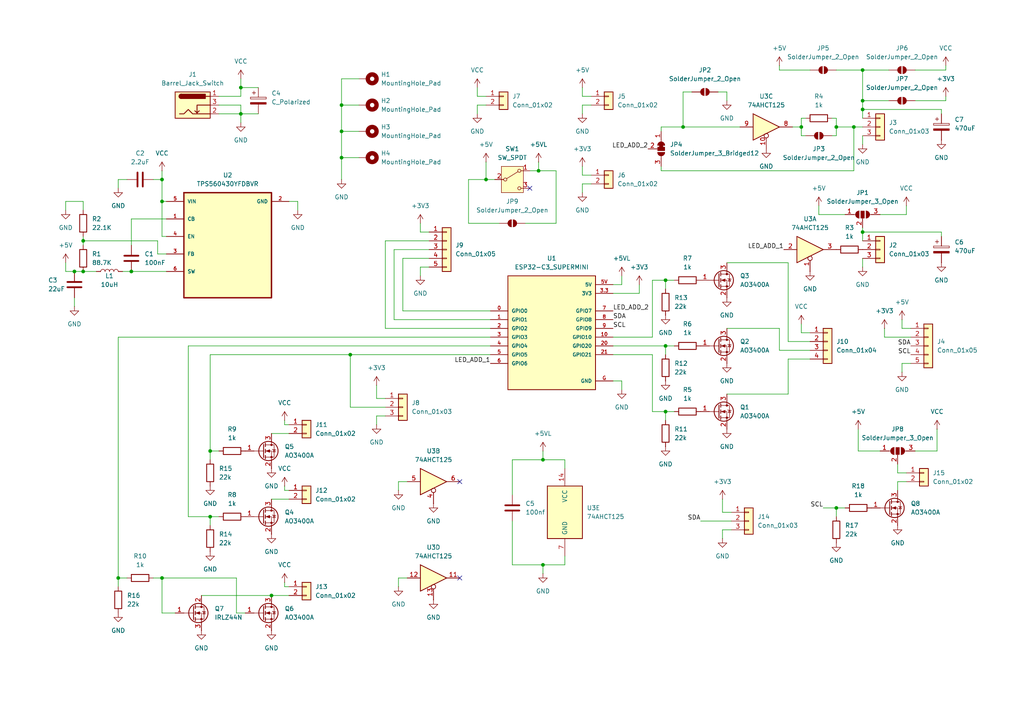
<source format=kicad_sch>
(kicad_sch (version 20231120) (generator "eeschema") (generator_version "8.0")
  (paper "A4")
  (title_block (title "WiFi LED driver based on ESP32-C3 super mini") (date "2024-09-27") (rev "v1.0") (company "Romain Thomas"))
  (junction (at 99.06 30.48))
  (junction (at 156.21 49.53))
  (junction (at 242.57 147.32))
  (junction (at 250.19 67.31))
  (junction (at 34.29 167.64))
  (junction (at 250.19 31.75))
  (junction (at 46.99 52.07))
  (junction (at 24.13 78.74))
  (junction (at 232.41 36.83))
  (junction (at 242.57 36.83))
  (junction (at 38.1 78.74))
  (junction (at 24.13 69.85))
  (junction (at 157.48 163.83))
  (junction (at 193.04 119.38))
  (junction (at 78.74 172.72))
  (junction (at 101.6 102.87))
  (junction (at 140.97 52.07))
  (junction (at 99.06 45.72))
  (junction (at 60.96 149.86))
  (junction (at 69.85 33.02))
  (junction (at 247.65 36.83))
  (junction (at 21.59 78.74))
  (junction (at 46.99 167.64))
  (junction (at 193.04 100.33))
  (junction (at 193.04 81.28))
  (junction (at 69.85 25.4))
  (junction (at 46.99 58.42))
  (junction (at 198.12 36.83))
  (junction (at 250.19 20.32))
  (junction (at 250.19 29.21))
  (junction (at 99.06 38.1))
  (junction (at 157.48 133.35))
  (junction (at 60.96 130.81))
  (no_connect (at 153.67 54.61))
  (no_connect (at 133.35 139.7))
  (no_connect (at 133.35 167.64))
  (wire (pts (xy 34.29 97.79) (xy 34.29 167.64)))
  (wire (pts (xy 68.58 177.8) (xy 71.12 177.8)))
  (wire (pts (xy 250.19 29.21) (xy 250.19 20.32)))
  (wire (pts (xy 226.06 19.05) (xy 226.06 20.32)))
  (wire (pts (xy 241.3 39.37) (xy 242.57 39.37)))
  (wire (pts (xy 168.91 50.8) (xy 171.45 50.8)))
  (wire (pts (xy 232.41 93.98) (xy 232.41 96.52)))
  (wire (pts (xy 156.21 49.53) (xy 161.29 49.53)))
  (wire (pts (xy 99.06 22.86) (xy 99.06 30.48)))
  (wire (pts (xy 46.99 177.8) (xy 46.99 167.64)))
  (wire (pts (xy 193.04 81.28) (xy 193.04 83.82)))
  (wire (pts (xy 195.58 81.28) (xy 193.04 81.28)))
  (wire (pts (xy 180.34 113.03) (xy 180.34 110.49)))
  (wire (pts (xy 185.42 85.09) (xy 177.8 85.09)))
  (wire (pts (xy 250.19 31.75) (xy 250.19 34.29)))
  (wire (pts (xy 242.57 39.37) (xy 242.57 36.83)))
  (wire (pts (xy 34.29 52.07) (xy 34.29 54.61)))
  (wire (pts (xy 121.92 67.31) (xy 124.46 67.31)))
  (wire (pts (xy 21.59 78.74) (xy 24.13 78.74)))
  (wire (pts (xy 241.3 34.29) (xy 242.57 34.29)))
  (wire (pts (xy 250.19 39.37) (xy 250.19 41.91)))
  (wire (pts (xy 191.77 36.83) (xy 198.12 36.83)))
  (wire (pts (xy 38.1 63.5) (xy 38.1 71.12)))
  (wire (pts (xy 163.83 135.89) (xy 163.83 133.35)))
  (wire (pts (xy 111.76 69.85) (xy 124.46 69.85)))
  (wire (pts (xy 245.11 62.23) (xy 237.49 62.23)))
  (wire (pts (xy 111.76 95.25) (xy 111.76 69.85)))
  (wire (pts (xy 99.06 30.48) (xy 104.14 30.48)))
  (wire (pts (xy 148.59 163.83) (xy 157.48 163.83)))
  (wire (pts (xy 44.45 52.07) (xy 46.99 52.07)))
  (wire (pts (xy 274.32 29.21) (xy 265.43 29.21)))
  (wire (pts (xy 36.83 52.07) (xy 34.29 52.07)))
  (wire (pts (xy 189.23 102.87) (xy 177.8 102.87)))
  (wire (pts (xy 242.57 36.83) (xy 247.65 36.83)))
  (wire (pts (xy 168.91 30.48) (xy 168.91 33.02)))
  (wire (pts (xy 46.99 58.42) (xy 48.26 58.42)))
  (wire (pts (xy 24.13 68.58) (xy 24.13 69.85)))
  (wire (pts (xy 109.22 115.57) (xy 111.76 115.57)))
  (wire (pts (xy 115.57 139.7) (xy 118.11 139.7)))
  (wire (pts (xy 99.06 30.48) (xy 99.06 38.1)))
  (wire (pts (xy 114.3 92.71) (xy 142.24 92.71)))
  (wire (pts (xy 245.11 147.32) (xy 242.57 147.32)))
  (wire (pts (xy 121.92 77.47) (xy 124.46 77.47)))
  (wire (pts (xy 180.34 110.49) (xy 177.8 110.49)))
  (wire (pts (xy 115.57 167.64) (xy 115.57 170.18)))
  (wire (pts (xy 247.65 36.83) (xy 250.19 36.83)))
  (wire (pts (xy 101.6 102.87) (xy 60.96 102.87)))
  (wire (pts (xy 189.23 81.28) (xy 189.23 97.79)))
  (wire (pts (xy 138.43 30.48) (xy 140.97 30.48)))
  (wire (pts (xy 69.85 35.56) (xy 69.85 33.02)))
  (wire (pts (xy 54.61 100.33) (xy 54.61 149.86)))
  (wire (pts (xy 157.48 133.35) (xy 157.48 130.81)))
  (wire (pts (xy 248.92 130.81) (xy 255.27 130.81)))
  (wire (pts (xy 83.82 142.24) (xy 82.55 142.24)))
  (wire (pts (xy 69.85 30.48) (xy 69.85 33.02)))
  (wire (pts (xy 99.06 38.1) (xy 104.14 38.1)))
  (wire (pts (xy 171.45 53.34) (xy 168.91 53.34)))
  (wire (pts (xy 242.57 20.32) (xy 250.19 20.32)))
  (wire (pts (xy 209.55 153.67) (xy 212.09 153.67)))
  (wire (pts (xy 63.5 27.94) (xy 69.85 27.94)))
  (wire (pts (xy 180.34 82.55) (xy 180.34 80.01)))
  (wire (pts (xy 171.45 30.48) (xy 168.91 30.48)))
  (wire (pts (xy 168.91 53.34) (xy 168.91 55.88)))
  (wire (pts (xy 195.58 100.33) (xy 193.04 100.33)))
  (wire (pts (xy 58.42 172.72) (xy 78.74 172.72)))
  (wire (pts (xy 261.62 105.41) (xy 261.62 107.95)))
  (wire (pts (xy 271.78 124.46) (xy 271.78 130.81)))
  (wire (pts (xy 242.57 147.32) (xy 238.76 147.32)))
  (wire (pts (xy 191.77 36.83) (xy 191.77 38.1)))
  (wire (pts (xy 191.77 48.26) (xy 191.77 49.53)))
  (wire (pts (xy 109.22 123.19) (xy 109.22 120.65)))
  (wire (pts (xy 255.27 62.23) (xy 262.89 62.23)))
  (wire (pts (xy 177.8 82.55) (xy 180.34 82.55)))
  (wire (pts (xy 142.24 102.87) (xy 101.6 102.87)))
  (wire (pts (xy 168.91 25.4) (xy 168.91 27.94)))
  (wire (pts (xy 260.35 134.62) (xy 260.35 137.16)))
  (wire (pts (xy 177.8 100.33) (xy 193.04 100.33)))
  (wire (pts (xy 124.46 72.39) (xy 114.3 72.39)))
  (wire (pts (xy 210.82 26.67) (xy 210.82 29.21)))
  (wire (pts (xy 38.1 78.74) (xy 48.26 78.74)))
  (wire (pts (xy 250.19 31.75) (xy 250.19 29.21)))
  (wire (pts (xy 157.48 163.83) (xy 163.83 163.83)))
  (wire (pts (xy 118.11 167.64) (xy 115.57 167.64)))
  (wire (pts (xy 115.57 142.24) (xy 115.57 139.7)))
  (wire (pts (xy 63.5 30.48) (xy 69.85 30.48)))
  (wire (pts (xy 237.49 62.23) (xy 237.49 59.69)))
  (wire (pts (xy 60.96 133.35) (xy 60.96 130.81)))
  (wire (pts (xy 274.32 20.32) (xy 265.43 20.32)))
  (wire (pts (xy 138.43 27.94) (xy 140.97 27.94)))
  (wire (pts (xy 82.55 170.18) (xy 83.82 170.18)))
  (wire (pts (xy 250.19 20.32) (xy 257.81 20.32)))
  (wire (pts (xy 78.74 144.78) (xy 83.82 144.78)))
  (wire (pts (xy 198.12 26.67) (xy 198.12 36.83)))
  (wire (pts (xy 250.19 66.04) (xy 250.19 67.31)))
  (wire (pts (xy 19.05 76.2) (xy 19.05 78.74)))
  (wire (pts (xy 250.19 29.21) (xy 257.81 29.21)))
  (wire (pts (xy 161.29 49.53) (xy 161.29 64.77)))
  (wire (pts (xy 260.35 142.24) (xy 260.35 139.7)))
  (wire (pts (xy 148.59 151.13) (xy 148.59 163.83)))
  (wire (pts (xy 157.48 133.35) (xy 148.59 133.35)))
  (wire (pts (xy 46.99 52.07) (xy 46.99 58.42)))
  (wire (pts (xy 228.6 76.2) (xy 228.6 99.06)))
  (wire (pts (xy 189.23 119.38) (xy 189.23 102.87)))
  (wire (pts (xy 209.55 144.78) (xy 209.55 148.59)))
  (wire (pts (xy 45.72 73.66) (xy 48.26 73.66)))
  (wire (pts (xy 264.16 95.25) (xy 261.62 95.25)))
  (wire (pts (xy 256.54 95.25) (xy 256.54 97.79)))
  (wire (pts (xy 138.43 33.02) (xy 138.43 30.48)))
  (wire (pts (xy 82.55 168.91) (xy 82.55 170.18)))
  (wire (pts (xy 69.85 22.86) (xy 69.85 25.4)))
  (wire (pts (xy 109.22 120.65) (xy 111.76 120.65)))
  (wire (pts (xy 135.89 52.07) (xy 140.97 52.07)))
  (wire (pts (xy 209.55 156.21) (xy 209.55 153.67)))
  (wire (pts (xy 193.04 100.33) (xy 193.04 102.87)))
  (wire (pts (xy 209.55 148.59) (xy 212.09 148.59)))
  (wire (pts (xy 271.78 130.81) (xy 265.43 130.81)))
  (wire (pts (xy 168.91 27.94) (xy 171.45 27.94)))
  (wire (pts (xy 250.19 67.31) (xy 273.05 67.31)))
  (wire (pts (xy 24.13 58.42) (xy 19.05 58.42)))
  (wire (pts (xy 163.83 133.35) (xy 157.48 133.35)))
  (wire (pts (xy 86.36 58.42) (xy 83.82 58.42)))
  (wire (pts (xy 46.99 49.53) (xy 46.99 52.07)))
  (wire (pts (xy 54.61 149.86) (xy 60.96 149.86)))
  (wire (pts (xy 60.96 152.4) (xy 60.96 149.86)))
  (wire (pts (xy 232.41 36.83) (xy 232.41 34.29)))
  (wire (pts (xy 234.95 101.6) (xy 226.06 101.6)))
  (wire (pts (xy 260.35 137.16) (xy 262.89 137.16)))
  (wire (pts (xy 247.65 36.83) (xy 247.65 49.53)))
  (wire (pts (xy 248.92 124.46) (xy 248.92 130.81)))
  (wire (pts (xy 273.05 67.31) (xy 273.05 68.58)))
  (wire (pts (xy 264.16 105.41) (xy 261.62 105.41)))
  (wire (pts (xy 138.43 25.4) (xy 138.43 27.94)))
  (wire (pts (xy 232.41 39.37) (xy 233.68 39.37)))
  (wire (pts (xy 48.26 63.5) (xy 38.1 63.5)))
  (wire (pts (xy 229.87 36.83) (xy 232.41 36.83)))
  (wire (pts (xy 121.92 64.77) (xy 121.92 67.31)))
  (wire (pts (xy 203.2 151.13) (xy 212.09 151.13)))
  (wire (pts (xy 163.83 163.83) (xy 163.83 161.29)))
  (wire (pts (xy 69.85 25.4) (xy 74.93 25.4)))
  (wire (pts (xy 44.45 167.64) (xy 46.99 167.64)))
  (wire (pts (xy 69.85 33.02) (xy 63.5 33.02)))
  (wire (pts (xy 82.55 121.92) (xy 82.55 123.19)))
  (wire (pts (xy 109.22 111.76) (xy 109.22 115.57)))
  (wire (pts (xy 226.06 95.25) (xy 226.06 101.6)))
  (wire (pts (xy 250.19 31.75) (xy 273.05 31.75)))
  (wire (pts (xy 260.35 139.7) (xy 262.89 139.7)))
  (wire (pts (xy 185.42 82.55) (xy 185.42 85.09)))
  (wire (pts (xy 142.24 97.79) (xy 34.29 97.79)))
  (wire (pts (xy 60.96 102.87) (xy 60.96 130.81)))
  (wire (pts (xy 234.95 104.14) (xy 228.6 104.14)))
  (wire (pts (xy 161.29 64.77) (xy 152.4 64.77)))
  (wire (pts (xy 261.62 95.25) (xy 261.62 92.71)))
  (wire (pts (xy 82.55 123.19) (xy 83.82 123.19)))
  (wire (pts (xy 142.24 90.17) (xy 116.84 90.17)))
  (wire (pts (xy 210.82 114.3) (xy 228.6 114.3)))
  (wire (pts (xy 250.19 67.31) (xy 250.19 69.85)))
  (wire (pts (xy 121.92 80.01) (xy 121.92 77.47)))
  (wire (pts (xy 34.29 167.64) (xy 36.83 167.64)))
  (wire (pts (xy 78.74 125.73) (xy 83.82 125.73)))
  (wire (pts (xy 193.04 119.38) (xy 193.04 121.92)))
  (wire (pts (xy 242.57 147.32) (xy 242.57 149.86)))
  (wire (pts (xy 250.19 74.93) (xy 250.19 77.47)))
  (wire (pts (xy 144.78 64.77) (xy 135.89 64.77)))
  (wire (pts (xy 256.54 97.79) (xy 264.16 97.79)))
  (wire (pts (xy 116.84 74.93) (xy 124.46 74.93)))
  (wire (pts (xy 135.89 64.77) (xy 135.89 52.07)))
  (wire (pts (xy 191.77 49.53) (xy 247.65 49.53)))
  (wire (pts (xy 24.13 69.85) (xy 24.13 71.12)))
  (wire (pts (xy 226.06 20.32) (xy 234.95 20.32)))
  (wire (pts (xy 232.41 36.83) (xy 232.41 39.37)))
  (wire (pts (xy 19.05 78.74) (xy 21.59 78.74)))
  (wire (pts (xy 46.99 68.58) (xy 46.99 58.42)))
  (wire (pts (xy 198.12 36.83) (xy 214.63 36.83)))
  (wire (pts (xy 68.58 167.64) (xy 68.58 177.8)))
  (wire (pts (xy 24.13 60.96) (xy 24.13 58.42)))
  (wire (pts (xy 116.84 90.17) (xy 116.84 74.93)))
  (wire (pts (xy 111.76 118.11) (xy 101.6 118.11)))
  (wire (pts (xy 60.96 149.86) (xy 63.5 149.86)))
  (wire (pts (xy 34.29 170.18) (xy 34.29 167.64)))
  (wire (pts (xy 193.04 81.28) (xy 189.23 81.28)))
  (wire (pts (xy 210.82 76.2) (xy 228.6 76.2)))
  (wire (pts (xy 142.24 100.33) (xy 54.61 100.33)))
  (wire (pts (xy 99.06 45.72) (xy 104.14 45.72)))
  (wire (pts (xy 193.04 119.38) (xy 189.23 119.38)))
  (wire (pts (xy 50.8 177.8) (xy 46.99 177.8)))
  (wire (pts (xy 189.23 97.79) (xy 177.8 97.79)))
  (wire (pts (xy 46.99 167.64) (xy 68.58 167.64)))
  (wire (pts (xy 148.59 133.35) (xy 148.59 143.51)))
  (wire (pts (xy 232.41 34.29) (xy 233.68 34.29)))
  (wire (pts (xy 157.48 163.83) (xy 157.48 166.37)))
  (wire (pts (xy 60.96 130.81) (xy 63.5 130.81)))
  (wire (pts (xy 228.6 104.14) (xy 228.6 114.3)))
  (wire (pts (xy 195.58 119.38) (xy 193.04 119.38)))
  (wire (pts (xy 140.97 46.99) (xy 140.97 52.07)))
  (wire (pts (xy 200.66 26.67) (xy 198.12 26.67)))
  (wire (pts (xy 262.89 62.23) (xy 262.89 59.69)))
  (wire (pts (xy 48.26 68.58) (xy 46.99 68.58)))
  (wire (pts (xy 274.32 19.05) (xy 274.32 20.32)))
  (wire (pts (xy 210.82 95.25) (xy 226.06 95.25)))
  (wire (pts (xy 24.13 78.74) (xy 27.94 78.74)))
  (wire (pts (xy 140.97 52.07) (xy 143.51 52.07)))
  (wire (pts (xy 104.14 22.86) (xy 99.06 22.86)))
  (wire (pts (xy 19.05 58.42) (xy 19.05 60.96)))
  (wire (pts (xy 114.3 72.39) (xy 114.3 92.71)))
  (wire (pts (xy 78.74 172.72) (xy 83.82 172.72)))
  (wire (pts (xy 99.06 45.72) (xy 99.06 52.07)))
  (wire (pts (xy 168.91 48.26) (xy 168.91 50.8)))
  (wire (pts (xy 242.57 34.29) (xy 242.57 36.83)))
  (wire (pts (xy 232.41 96.52) (xy 234.95 96.52)))
  (wire (pts (xy 86.36 60.96) (xy 86.36 58.42)))
  (wire (pts (xy 228.6 99.06) (xy 234.95 99.06)))
  (wire (pts (xy 69.85 25.4) (xy 69.85 27.94)))
  (wire (pts (xy 35.56 78.74) (xy 38.1 78.74)))
  (wire (pts (xy 274.32 27.94) (xy 274.32 29.21)))
  (wire (pts (xy 99.06 38.1) (xy 99.06 45.72)))
  (wire (pts (xy 153.67 49.53) (xy 156.21 49.53)))
  (wire (pts (xy 142.24 95.25) (xy 111.76 95.25)))
  (wire (pts (xy 273.05 31.75) (xy 273.05 33.02)))
  (wire (pts (xy 101.6 102.87) (xy 101.6 118.11)))
  (wire (pts (xy 21.59 86.36) (xy 21.59 88.9)))
  (wire (pts (xy 82.55 142.24) (xy 82.55 140.97)))
  (wire (pts (xy 69.85 33.02) (xy 74.93 33.02)))
  (wire (pts (xy 24.13 69.85) (xy 45.72 69.85)))
  (wire (pts (xy 208.28 26.67) (xy 210.82 26.67)))
  (wire (pts (xy 156.21 49.53) (xy 156.21 46.99)))
  (wire (pts (xy 45.72 69.85) (xy 45.72 73.66)))
  (label "LED_ADD_2" (at 177.8 90.17 0))
  (label "LED_ADD_1" (at 227.33 72.39 180))
  (label "SDA" (at 264.16 100.33 180))
  (label "SDA" (at 203.2 151.13 180))
  (label "LED_ADD_1" (at 142.24 105.41 180))
  (label "SDA" (at 177.8 92.71 0))
  (label "SCL" (at 238.76 147.32 180))
  (label "SCL" (at 264.16 102.87 180))
  (label "SCL" (at 177.8 95.25 0))
  (label "LED_ADD_2" (at 187.96 43.18 180))
  (symbol (lib_id "power:+5V") (at 19.05 76.2 0) (unit 1)
    (property "Reference" "#PWR06" (effects (hide yes)))
    (property "Value" "+5V" (at 19.05 71.12 0))
    (property "Description" "Power symbol creates a global label with name \"+5V\"" (effects (hide yes)))
  )
  (symbol (lib_id "power:GND") (at 210.82 124.46 0) (unit 1)
    (property "Reference" "#PWR030" (effects (hide yes)))
    (property "Value" "GND" (at 210.82 129.54 0))
    (property "Description" "Power symbol creates a global label with name \"GND\" , ground" (effects (hide yes)))
  )
  (symbol (lib_id "Device:R") (at 60.96 137.16 0) (unit 1)
    (property "Reference" "R15" (at 63.5 135.8899 0) (effects (justify left)))
    (property "Value" "22k" (at 63.5 138.4299 0) (effects (justify left)))
    (property "Footprint" "Resistor_SMD:R_1206_3216Metric_Pad1.30x1.75mm_HandSolder" (effects (hide yes)))
    (property "Description" "Resistor" (effects (hide yes)))
  )
  (symbol (lib_id "power:GND") (at 261.62 107.95 0) (unit 1)
    (property "Reference" "#PWR025" (effects (hide yes)))
    (property "Value" "GND" (at 261.62 113.03 0))
    (property "Description" "Power symbol creates a global label with name \"GND\" , ground" (effects (hide yes)))
  )
  (symbol (lib_id "Device:C") (at 21.59 82.55 0) (unit 1)
    (property "Reference" "C3" (at 13.97 81.28 0) (effects (justify left)))
    (property "Value" "22uF" (at 13.97 83.82 0) (effects (justify left)))
    (property "Footprint" "Capacitor_SMD:C_1206_3216Metric_Pad1.33x1.80mm_HandSolder" (effects (hide yes)))
    (property "Description" "Unpolarized capacitor" (effects (hide yes)))
  )
  (symbol (lib_id "Connector_Generic:Conn_01x05") (at 269.24 100.33 0) (unit 1)
    (property "Reference" "J4" (at 271.78 99.0599 0) (effects (justify left)))
    (property "Value" "Conn_01x05" (at 271.78 101.5999 0) (effects (justify left)))
    (property "Footprint" "Connector_JST:JST_XH_B5B-XH-A_1x05_P2.50mm_Vertical" (effects (hide yes)))
    (property "Description" "Generic connector, single row, 01x05, script generated (kicad-library-utils/schlib/autogen/connector/)" (effects (hide yes)))
  )
  (symbol (lib_id "power:GND") (at 168.91 33.02 0) (unit 1)
    (property "Reference" "#PWR034" (effects (hide yes)))
    (property "Value" "GND" (at 168.91 38.1 0))
    (property "Description" "Power symbol creates a global label with name \"GND\" , ground" (effects (hide yes)))
  )
  (symbol (lib_id "power:+5V") (at 168.91 25.4 0) (unit 1)
    (property "Reference" "#PWR035" (effects (hide yes)))
    (property "Value" "+5V" (at 168.91 20.32 0))
    (property "Description" "Power symbol creates a global label with name \"+5V\"" (effects (hide yes)))
  )
  (symbol (lib_id "power:+5V") (at 261.62 92.71 0) (unit 1)
    (property "Reference" "#PWR026" (effects (hide yes)))
    (property "Value" "+5V" (at 261.62 87.63 0))
    (property "Description" "Power symbol creates a global label with name \"+5V\"" (effects (hide yes)))
  )
  (symbol (lib_id "Connector_Generic:Conn_01x03") (at 255.27 72.39 0) (unit 1)
    (property "Reference" "J2" (at 257.81 71.1199 0) (effects (justify left)))
    (property "Value" "Conn_01x03" (at 257.81 73.6599 0) (effects (justify left)))
    (property "Footprint" "Connector_JST:JST_XH_B3B-XH-A_1x03_P2.50mm_Vertical" (effects (hide yes)))
    (property "Description" "Generic connector, single row, 01x03, script generated (kicad-library-utils/schlib/autogen/connector/)" (effects (hide yes)))
  )
  (symbol (lib_id "Connector_Generic:Conn_01x02") (at 267.97 137.16 0) (unit 1)
    (property "Reference" "J15" (at 270.51 137.1599 0) (effects (justify left)))
    (property "Value" "Conn_01x02" (at 270.51 139.6999 0) (effects (justify left)))
    (property "Footprint" "Connector_JST:JST_XH_B2B-XH-A_1x02_P2.50mm_Vertical" (effects (hide yes)))
    (property "Description" "Generic connector, single row, 01x02, script generated (kicad-library-utils/schlib/autogen/connector/)" (effects (hide yes)))
  )
  (symbol (lib_id "power:GND") (at 34.29 54.61 0) (unit 1)
    (property "Reference" "#PWR02" (effects (hide yes)))
    (property "Value" "GND" (at 34.29 59.69 0))
    (property "Description" "Power symbol creates a global label with name \"GND\" , ground" (effects (hide yes)))
  )
  (symbol (lib_id "Connector_Generic:Conn_01x03") (at 217.17 151.13 0) (unit 1)
    (property "Reference" "J14" (at 219.71 149.8599 0) (effects (justify left)))
    (property "Value" "Conn_01x03" (at 219.71 152.3999 0) (effects (justify left)))
    (property "Footprint" "Connector_JST:JST_XH_B3B-XH-A_1x03_P2.50mm_Vertical" (effects (hide yes)))
    (property "Description" "Generic connector, single row, 01x03, script generated (kicad-library-utils/schlib/autogen/connector/)" (effects (hide yes)))
  )
  (symbol (lib_id "power:VCC") (at 138.43 25.4 0) (unit 1)
    (property "Reference" "#PWR037" (effects (hide yes)))
    (property "Value" "VCC" (at 138.43 20.32 0))
    (property "Description" "Power symbol creates a global label with name \"VCC\"" (effects (hide yes)))
  )
  (symbol (lib_id "74xx:74AHCT125") (at 234.95 72.39 0) (unit 1)
    (property "Reference" "U3" (at 234.95 63.5 0))
    (property "Value" "74AHCT125" (at 234.95 66.04 0))
    (property "Footprint" "Package_SO:TSSOP-14_4.4x5mm_P0.65mm" (effects (hide yes)))
    (property "Datasheet" "https://www.ti.com/lit/ds/symlink/sn74ahct125.pdf" (effects (hide yes)))
    (property "Description" "Quadruple Bus Buffer Gates With 3-State Outputs" (effects (hide yes)))
  )
  (symbol (lib_id "Mechanical:MountingHole_Pad") (at 106.68 22.86 270) (unit 1) (exclude_from_sim yes) (in_bom no)
    (property "Reference" "H1" (at 110.49 21.5899 90) (effects (justify left)))
    (property "Value" "MountingHole_Pad" (at 110.49 24.1299 90) (effects (justify left)))
    (property "Footprint" "MountingHole:MountingHole_3.5mm_Pad_Via" (effects (hide yes)))
    (property "Description" "Mounting Hole with connection" (effects (hide yes)))
  )
  (symbol (lib_id "Device:R") (at 193.04 106.68 0) (unit 1)
    (property "Reference" "R12" (at 195.58 105.4099 0) (effects (justify left)))
    (property "Value" "22k" (at 195.58 107.9499 0) (effects (justify left)))
    (property "Footprint" "Resistor_SMD:R_1206_3216Metric_Pad1.30x1.75mm_HandSolder" (effects (hide yes)))
    (property "Description" "Resistor" (effects (hide yes)))
  )
  (symbol (lib_id "Device:C") (at 40.64 52.07 90) (unit 1)
    (property "Reference" "C2" (at 40.64 44.45 90))
    (property "Value" "2.2uF" (at 40.64 46.99 90))
    (property "Footprint" "Capacitor_SMD:C_1206_3216Metric_Pad1.33x1.80mm_HandSolder" (effects (hide yes)))
    (property "Description" "Unpolarized capacitor" (effects (hide yes)))
  )
  (symbol (lib_id "Transistor_FET:AO3400A") (at 257.81 147.32 0) (unit 1)
    (property "Reference" "Q8" (at 264.16 146.0499 0) (effects (justify left)))
    (property "Value" "AO3400A" (at 264.16 148.5899 0) (effects (justify left)))
    (property "Footprint" "Package_TO_SOT_SMD:SOT-23" (effects (hide yes)))
    (property "Datasheet" "http://www.aosmd.com/pdfs/datasheet/AO3400A.pdf" (effects (hide yes)))
    (property "Description" "30V Vds, 5.7A Id, N-Channel MOSFET, SOT-23" (effects (hide yes)))
  )
  (symbol (lib_id "Device:R") (at 199.39 81.28 90) (unit 1)
    (property "Reference" "R7" (at 199.39 74.93 90))
    (property "Value" "1k" (at 199.39 77.47 90))
    (property "Footprint" "Resistor_SMD:R_1206_3216Metric_Pad1.30x1.75mm_HandSolder" (effects (hide yes)))
    (property "Description" "Resistor" (effects (hide yes)))
  )
  (symbol (lib_id "power:GND") (at 193.04 110.49 0) (unit 1)
    (property "Reference" "#PWR032" (effects (hide yes)))
    (property "Value" "GND" (at 193.04 115.57 0))
    (property "Description" "Power symbol creates a global label with name \"GND\" , ground" (effects (hide yes)))
  )
  (symbol (lib_id "Transistor_FET:IRLZ44N") (at 55.88 177.8 0) (unit 1)
    (property "Reference" "Q7" (at 62.23 176.5299 0) (effects (justify left)))
    (property "Value" "IRLZ44N" (at 62.23 179.0699 0) (effects (justify left)))
    (property "Footprint" "Package_TO_SOT_THT:TO-220-3_Horizontal_TabDown" (effects (hide yes)))
    (property "Datasheet" "http://www.irf.com/product-info/datasheets/data/irlz44n.pdf" (effects (hide yes)))
    (property "Description" "47A Id, 55V Vds, 22mOhm Rds Single N-Channel HEXFET Power MOSFET, TO-220AB" (effects (hide yes)))
  )
  (symbol (lib_id "power:+3V3") (at 185.42 82.55 0) (unit 1)
    (property "Reference" "#PWR028" (effects (hide yes)))
    (property "Value" "+3V3" (at 185.42 77.47 0))
    (property "Description" "Power symbol creates a global label with name \"+3V3\"" (effects (hide yes)))
  )
  (symbol (lib_id "Jumper:SolderJumper_2_Open") (at 238.76 20.32 0) (unit 1) (exclude_from_sim yes) (in_bom no)
    (property "Reference" "JP5" (at 238.76 13.97 0))
    (property "Value" "SolderJumper_2_Open" (at 238.76 16.51 0))
    (property "Footprint" "Jumper:SolderJumper-2_P1.3mm_Open_RoundedPad1.0x1.5mm" (effects (hide yes)))
    (property "Description" "Solder Jumper, 2-pole, open" (effects (hide yes)))
  )
  (symbol (lib_id "Device:C_Polarized") (at 74.93 29.21 0) (unit 1)
    (property "Reference" "C4" (at 78.74 27.0509 0) (effects (justify left)))
    (property "Value" "C_Polarized" (at 78.74 29.5909 0) (effects (justify left)))
    (property "Footprint" "Capacitor_THT:CP_Radial_D10.0mm_P2.50mm_P5.00mm" (effects (hide yes)))
    (property "Description" "Polarized capacitor" (effects (hide yes)))
  )
  (symbol (lib_id "74xx:74AHCT125") (at 125.73 167.64 0) (unit 4)
    (property "Reference" "U3" (at 125.73 158.75 0))
    (property "Value" "74AHCT125" (at 125.73 161.29 0))
    (property "Footprint" "Package_SO:TSSOP-14_4.4x5mm_P0.65mm" (effects (hide yes)))
    (property "Datasheet" "https://www.ti.com/lit/ds/symlink/sn74ahct125.pdf" (effects (hide yes)))
    (property "Description" "Quadruple Bus Buffer Gates With 3-State Outputs" (effects (hide yes)))
  )
  (symbol (lib_id "Jumper:SolderJumper_2_Open") (at 148.59 64.77 0) (unit 1) (exclude_from_sim yes) (in_bom no)
    (property "Reference" "JP9" (at 148.59 58.42 0))
    (property "Value" "SolderJumper_2_Open" (at 148.59 60.96 0))
    (property "Footprint" "Jumper:SolderJumper-2_P1.3mm_Open_RoundedPad1.0x1.5mm" (effects (hide yes)))
    (property "Description" "Solder Jumper, 2-pole, open" (effects (hide yes)))
  )
  (symbol (lib_id "power:GND") (at 180.34 113.03 0) (unit 1)
    (property "Reference" "#PWR010" (effects (hide yes)))
    (property "Value" "GND" (at 180.34 118.11 0))
    (property "Description" "Power symbol creates a global label with name \"GND\" , ground" (effects (hide yes)))
  )
  (symbol (lib_id "Mechanical:MountingHole_Pad") (at 106.68 45.72 270) (unit 1) (exclude_from_sim yes) (in_bom no)
    (property "Reference" "H4" (at 110.49 44.4499 90) (effects (justify left)))
    (property "Value" "MountingHole_Pad" (at 110.49 46.9899 90) (effects (justify left)))
    (property "Footprint" "MountingHole:MountingHole_3.5mm_Pad_Via" (effects (hide yes)))
    (property "Description" "Mounting Hole with connection" (effects (hide yes)))
  )
  (symbol (lib_id "Device:R") (at 248.92 147.32 90) (unit 1)
    (property "Reference" "R18" (at 248.92 140.97 90))
    (property "Value" "1k" (at 248.92 143.51 90))
    (property "Footprint" "Resistor_SMD:R_1206_3216Metric_Pad1.30x1.75mm_HandSolder" (effects (hide yes)))
    (property "Description" "Resistor" (effects (hide yes)))
  )
  (symbol (lib_id "power:+5VL") (at 156.21 46.99 0) (mirror y) (unit 1)
    (property "Reference" "#PWR068" (effects (hide yes)))
    (property "Value" "+5VL" (at 156.21 41.91 0))
    (property "Description" "Power symbol creates a global label with name \"+5VL\"" (effects (hide yes)))
  )
  (symbol (lib_id "74xx:74AHCT125") (at 163.83 148.59 0) (unit 5)
    (property "Reference" "U3" (at 170.18 147.3199 0) (effects (justify left)))
    (property "Value" "74AHCT125" (at 170.18 149.8599 0) (effects (justify left)))
    (property "Footprint" "Package_SO:TSSOP-14_4.4x5mm_P0.65mm" (effects (hide yes)))
    (property "Datasheet" "https://www.ti.com/lit/ds/symlink/sn74ahct125.pdf" (effects (hide yes)))
    (property "Description" "Quadruple Bus Buffer Gates With 3-State Outputs" (effects (hide yes)))
  )
  (symbol (lib_id "Connector_Generic:Conn_01x02") (at 88.9 142.24 0) (unit 1)
    (property "Reference" "J12" (at 91.44 142.2399 0) (effects (justify left)))
    (property "Value" "Conn_01x02" (at 91.44 144.7799 0) (effects (justify left)))
    (property "Footprint" "Connector_JST:JST_XH_B2B-XH-A_1x02_P2.50mm_Vertical" (effects (hide yes)))
    (property "Description" "Generic connector, single row, 01x02, script generated (kicad-library-utils/schlib/autogen/connector/)" (effects (hide yes)))
  )
  (symbol (lib_id "Device:R") (at 24.13 74.93 0) (unit 1)
    (property "Reference" "R1" (at 26.67 73.6599 0) (effects (justify left)))
    (property "Value" "88.7K" (at 26.67 76.1999 0) (effects (justify left)))
    (property "Footprint" "Resistor_SMD:R_1206_3216Metric_Pad1.30x1.75mm_HandSolder" (effects (hide yes)))
    (property "Description" "Resistor" (effects (hide yes)))
  )
  (symbol (lib_id "power:GND") (at 121.92 80.01 0) (unit 1)
    (property "Reference" "#PWR050" (effects (hide yes)))
    (property "Value" "GND" (at 121.92 85.09 0))
    (property "Description" "Power symbol creates a global label with name \"GND\" , ground" (effects (hide yes)))
  )
  (symbol (lib_id "74xx:74AHCT125") (at 222.25 36.83 0) (unit 3)
    (property "Reference" "U3" (at 222.25 27.94 0))
    (property "Value" "74AHCT125" (at 222.25 30.48 0))
    (property "Footprint" "Package_SO:TSSOP-14_4.4x5mm_P0.65mm" (effects (hide yes)))
    (property "Datasheet" "https://www.ti.com/lit/ds/symlink/sn74ahct125.pdf" (effects (hide yes)))
    (property "Description" "Quadruple Bus Buffer Gates With 3-State Outputs" (effects (hide yes)))
  )
  (symbol (lib_id "power:GND") (at 109.22 123.19 0) (unit 1)
    (property "Reference" "#PWR047" (effects (hide yes)))
    (property "Value" "GND" (at 109.22 128.27 0))
    (property "Description" "Power symbol creates a global label with name \"GND\" , ground" (effects (hide yes)))
  )
  (symbol (lib_id "power:+3V3") (at 209.55 144.78 0) (unit 1)
    (property "Reference" "#PWR065" (effects (hide yes)))
    (property "Value" "+3V3" (at 209.55 139.7 0))
    (property "Description" "Power symbol creates a global label with name \"+3V3\"" (effects (hide yes)))
  )
  (symbol (lib_id "Device:C") (at 148.59 147.32 0) (unit 1)
    (property "Reference" "C5" (at 152.4 146.0499 0) (effects (justify left)))
    (property "Value" "100nf" (at 152.4 148.5899 0) (effects (justify left)))
    (property "Footprint" "Capacitor_SMD:C_1206_3216Metric_Pad1.33x1.80mm_HandSolder" (effects (hide yes)))
    (property "Description" "Unpolarized capacitor" (effects (hide yes)))
  )
  (symbol (lib_id "power:GND") (at 157.48 166.37 0) (unit 1)
    (property "Reference" "#PWR012" (effects (hide yes)))
    (property "Value" "GND" (at 157.48 171.45 0))
    (property "Description" "Power symbol creates a global label with name \"GND\" , ground" (effects (hide yes)))
  )
  (symbol (lib_id "Jumper:SolderJumper_3_Open") (at 250.19 62.23 0) (unit 1) (exclude_from_sim yes) (in_bom no)
    (property "Reference" "JP1" (at 250.19 55.88 0))
    (property "Value" "SolderJumper_3_Open" (at 250.19 58.42 0))
    (property "Footprint" "Jumper:SolderJumper-3_P1.3mm_Open_RoundedPad1.0x1.5mm" (effects (hide yes)))
    (property "Description" "Solder Jumper, 3-pole, open" (effects (hide yes)))
  )
  (symbol (lib_id "power:VCC") (at 82.55 121.92 0) (unit 1)
    (property "Reference" "#PWR052" (effects (hide yes)))
    (property "Value" "VCC" (at 82.55 116.84 0))
    (property "Description" "Power symbol creates a global label with name \"VCC\"" (effects (hide yes)))
  )
  (symbol (lib_id "power:+5V") (at 237.49 59.69 0) (unit 1)
    (property "Reference" "#PWR017" (effects (hide yes)))
    (property "Value" "+5V" (at 237.49 54.61 0))
    (property "Description" "Power symbol creates a global label with name \"+5V\"" (effects (hide yes)))
  )
  (symbol (lib_id "Device:R") (at 24.13 64.77 0) (unit 1)
    (property "Reference" "R2" (at 26.67 63.4999 0) (effects (justify left)))
    (property "Value" "22.1K" (at 26.67 66.0399 0) (effects (justify left)))
    (property "Footprint" "Resistor_SMD:R_1206_3216Metric_Pad1.30x1.75mm_HandSolder" (effects (hide yes)))
    (property "Description" "Resistor" (effects (hide yes)))
  )
  (symbol (lib_id "Device:R") (at 199.39 119.38 90) (unit 1)
    (property "Reference" "R5" (at 199.39 113.03 90))
    (property "Value" "1k" (at 199.39 115.57 90))
    (property "Footprint" "Resistor_SMD:R_1206_3216Metric_Pad1.30x1.75mm_HandSolder" (effects (hide yes)))
    (property "Description" "Resistor" (effects (hide yes)))
  )
  (symbol (lib_id "power:VCC") (at 271.78 124.46 0) (unit 1)
    (property "Reference" "#PWR064" (effects (hide yes)))
    (property "Value" "VCC" (at 271.78 119.38 0))
    (property "Description" "Power symbol creates a global label with name \"VCC\"" (effects (hide yes)))
  )
  (symbol (lib_id "power:GND") (at 250.19 77.47 0) (unit 1)
    (property "Reference" "#PWR014" (effects (hide yes)))
    (property "Value" "GND" (at 250.19 82.55 0))
    (property "Description" "Power symbol creates a global label with name \"GND\" , ground" (effects (hide yes)))
  )
  (symbol (lib_id "Device:R") (at 67.31 149.86 90) (unit 1)
    (property "Reference" "R8" (at 67.31 143.51 90))
    (property "Value" "1k" (at 67.31 146.05 90))
    (property "Footprint" "Resistor_SMD:R_1206_3216Metric_Pad1.30x1.75mm_HandSolder" (effects (hide yes)))
    (property "Description" "Resistor" (effects (hide yes)))
  )
  (symbol (lib_id "power:+5V") (at 248.92 124.46 0) (unit 1)
    (property "Reference" "#PWR063" (effects (hide yes)))
    (property "Value" "+5V" (at 248.92 119.38 0))
    (property "Description" "Power symbol creates a global label with name \"+5V\"" (effects (hide yes)))
  )
  (symbol (lib_id "power:GND") (at 273.05 40.64 0) (unit 1)
    (property "Reference" "#PWR021" (effects (hide yes)))
    (property "Value" "GND" (at 273.05 45.72 0))
    (property "Description" "Power symbol creates a global label with name \"GND\" , ground" (effects (hide yes)))
  )
  (symbol (lib_id "power:+3V3") (at 121.92 64.77 0) (unit 1)
    (property "Reference" "#PWR049" (effects (hide yes)))
    (property "Value" "+3V3" (at 121.92 59.69 0))
    (property "Description" "Power symbol creates a global label with name \"+3V3\"" (effects (hide yes)))
  )
  (symbol (lib_id "Device:C") (at 38.1 74.93 0) (unit 1)
    (property "Reference" "C1" (at 41.91 73.6599 0) (effects (justify left)))
    (property "Value" "100nF" (at 41.91 76.1999 0) (effects (justify left)))
    (property "Footprint" "Capacitor_SMD:C_1206_3216Metric_Pad1.33x1.80mm_HandSolder" (effects (hide yes)))
    (property "Description" "Unpolarized capacitor" (effects (hide yes)))
  )
  (symbol (lib_id "Connector_Generic:Conn_01x03") (at 255.27 36.83 0) (unit 1)
    (property "Reference" "J3" (at 257.81 35.5599 0) (effects (justify left)))
    (property "Value" "Conn_01x03" (at 257.81 38.0999 0) (effects (justify left)))
    (property "Footprint" "Connector_JST:JST_XH_B3B-XH-A_1x03_P2.50mm_Vertical" (effects (hide yes)))
    (property "Description" "Generic connector, single row, 01x03, script generated (kicad-library-utils/schlib/autogen/connector/)" (effects (hide yes)))
  )
  (symbol (lib_id "Jumper:SolderJumper_2_Open") (at 261.62 20.32 0) (unit 1) (exclude_from_sim yes) (in_bom no)
    (property "Reference" "JP6" (at 261.62 13.97 0))
    (property "Value" "SolderJumper_2_Open" (at 261.62 16.51 0))
    (property "Footprint" "Jumper:SolderJumper-2_P1.3mm_Open_RoundedPad1.0x1.5mm" (effects (hide yes)))
    (property "Description" "Solder Jumper, 2-pole, open" (effects (hide yes)))
  )
  (symbol (lib_id "Mechanical:MountingHole_Pad") (at 106.68 38.1 270) (unit 1) (exclude_from_sim yes) (in_bom no)
    (property "Reference" "H3" (at 110.49 36.8299 90) (effects (justify left)))
    (property "Value" "MountingHole_Pad" (at 110.49 39.3699 90) (effects (justify left)))
    (property "Footprint" "MountingHole:MountingHole_3.5mm_Pad_Via" (effects (hide yes)))
    (property "Description" "Mounting Hole with connection" (effects (hide yes)))
  )
  (symbol (lib_id "power:GND") (at 250.19 41.91 0) (unit 1)
    (property "Reference" "#PWR013" (effects (hide yes)))
    (property "Value" "GND" (at 250.19 46.99 0))
    (property "Description" "Power symbol creates a global label with name \"GND\" , ground" (effects (hide yes)))
  )
  (symbol (lib_id "power:+3V3") (at 109.22 111.76 0) (unit 1)
    (property "Reference" "#PWR048" (effects (hide yes)))
    (property "Value" "+3V3" (at 109.22 106.68 0))
    (property "Description" "Power symbol creates a global label with name \"+3V3\"" (effects (hide yes)))
  )
  (symbol (lib_id "power:GND") (at 86.36 60.96 0) (unit 1)
    (property "Reference" "#PWR01" (effects (hide yes)))
    (property "Value" "GND" (at 86.36 66.04 0))
    (property "Description" "Power symbol creates a global label with name \"GND\" , ground" (effects (hide yes)))
  )
  (symbol (lib_id "power:GND") (at 138.43 33.02 0) (unit 1)
    (property "Reference" "#PWR038" (effects (hide yes)))
    (property "Value" "GND" (at 138.43 38.1 0))
    (property "Description" "Power symbol creates a global label with name \"GND\" , ground" (effects (hide yes)))
  )
  (symbol (lib_id "Device:R") (at 193.04 125.73 0) (unit 1)
    (property "Reference" "R11" (at 195.58 124.4599 0) (effects (justify left)))
    (property "Value" "22k" (at 195.58 126.9999 0) (effects (justify left)))
    (property "Footprint" "Resistor_SMD:R_1206_3216Metric_Pad1.30x1.75mm_HandSolder" (effects (hide yes)))
    (property "Description" "Resistor" (effects (hide yes)))
  )
  (symbol (lib_id "Transistor_FET:AO3400A") (at 208.28 100.33 0) (unit 1)
    (property "Reference" "Q2" (at 214.63 99.0599 0) (effects (justify left)))
    (property "Value" "AO3400A" (at 214.63 101.5999 0) (effects (justify left)))
    (property "Footprint" "Package_TO_SOT_SMD:SOT-23" (effects (hide yes)))
    (property "Datasheet" "http://www.aosmd.com/pdfs/datasheet/AO3400A.pdf" (effects (hide yes)))
    (property "Description" "30V Vds, 5.7A Id, N-Channel MOSFET, SOT-23" (effects (hide yes)))
  )
  (symbol (lib_id "power:GND") (at 210.82 29.21 0) (unit 1)
    (property "Reference" "#PWR039" (effects (hide yes)))
    (property "Value" "GND" (at 210.82 34.29 0))
    (property "Description" "Power symbol creates a global label with name \"GND\" , ground" (effects (hide yes)))
  )
  (symbol (lib_id "power:GND") (at 99.06 52.07 0) (unit 1)
    (property "Reference" "#PWR060" (effects (hide yes)))
    (property "Value" "GND" (at 99.06 57.15 0))
    (property "Description" "Power symbol creates a global label with name \"GND\" , ground" (effects (hide yes)))
  )
  (symbol (lib_id "Connector:Barrel_Jack_Switch") (at 55.88 30.48 0) (unit 1)
    (property "Reference" "J1" (at 55.88 21.59 0))
    (property "Value" "Barrel_Jack_Switch" (at 55.88 24.13 0))
    (property "Footprint" "Connector_BarrelJack:BarrelJack_Horizontal" (effects (hide yes)))
    (property "Description" "DC Barrel Jack with an internal switch" (effects (hide yes)))
  )
  (symbol (lib_id "Connector_Generic:Conn_01x02") (at 88.9 123.19 0) (unit 1)
    (property "Reference" "J11" (at 91.44 123.1899 0) (effects (justify left)))
    (property "Value" "Conn_01x02" (at 91.44 125.7299 0) (effects (justify left)))
    (property "Footprint" "Connector_JST:JST_XH_B2B-XH-A_1x02_P2.50mm_Vertical" (effects (hide yes)))
    (property "Description" "Generic connector, single row, 01x02, script generated (kicad-library-utils/schlib/autogen/connector/)" (effects (hide yes)))
  )
  (symbol (lib_id "power:GND") (at 193.04 91.44 0) (unit 1)
    (property "Reference" "#PWR023" (effects (hide yes)))
    (property "Value" "GND" (at 193.04 96.52 0))
    (property "Description" "Power symbol creates a global label with name \"GND\" , ground" (effects (hide yes)))
  )
  (symbol (lib_id "Device:R") (at 237.49 34.29 90) (unit 1)
    (property "Reference" "R4" (at 237.49 27.94 90))
    (property "Value" "1k" (at 237.49 30.48 90))
    (property "Footprint" "Resistor_SMD:R_1206_3216Metric_Pad1.30x1.75mm_HandSolder" (effects (hide yes)))
    (property "Description" "Resistor" (effects (hide yes)))
  )
  (symbol (lib_id "power:GND") (at 125.73 173.99 0) (unit 1)
    (property "Reference" "#PWR059" (effects (hide yes)))
    (property "Value" "GND" (at 125.73 179.07 0))
    (property "Description" "Power symbol creates a global label with name \"GND\" , ground" (effects (hide yes)))
  )
  (symbol (lib_id "power:+3V3") (at 256.54 95.25 0) (unit 1)
    (property "Reference" "#PWR027" (effects (hide yes)))
    (property "Value" "+3V3" (at 256.54 90.17 0))
    (property "Description" "Power symbol creates a global label with name \"+3V3\"" (effects (hide yes)))
  )
  (symbol (lib_id "power:+5VL") (at 180.34 80.01 0) (unit 1)
    (property "Reference" "#PWR011" (effects (hide yes)))
    (property "Value" "+5VL" (at 180.34 74.93 0))
    (property "Description" "Power symbol creates a global label with name \"+5VL\"" (effects (hide yes)))
  )
  (symbol (lib_id "Device:L") (at 31.75 78.74 90) (unit 1)
    (property "Reference" "L1" (at 31.75 80.01 90))
    (property "Value" "10uH" (at 31.75 82.55 90))
    (property "Footprint" "Inductor_SMD:L_Chilisin_BMRA00040420" (effects (hide yes)))
    (property "Description" "Inductor" (effects (hide yes)))
  )
  (symbol (lib_id "TPS560430YFDBVR:TPS560430YFDBVR") (at 66.04 71.12 0) (unit 1)
    (property "Reference" "U2" (at 66.04 50.8 0))
    (property "Value" "TPS560430YFDBVR" (at 66.04 53.34 0))
    (property "Footprint" "TPS560430YFDBVR:SOT95P280X145-6N" (effects (hide yes)))
    (property "MF" "Texas Instruments" (effects (hide yes)))
    (property "Description_1" "\nSIMPLE SWITCHER® 36-V, 600-mA Buck Regulator With High-Efficiency Sleep Mode\n" (effects (hide yes)))
    (property "Package" "SOT-23-6 Texas Instruments" (effects (hide yes)))
    (property "Price" "None" (effects (hide yes)))
    (property "SnapEDA_Link" "https://www.snapeda.com/parts/TPS560430YFDBVR/Texas+Instruments/view-part/?ref=snap" (effects (hide yes)))
    (property "MP" "TPS560430YFDBVR" (effects (hide yes)))
    (property "Availability" "In Stock" (effects (hide yes)))
    (property "Check_prices" "https://www.snapeda.com/parts/TPS560430YFDBVR/Texas+Instruments/view-part/?ref=eda" (effects (hide yes)))
  )
  (symbol (lib_id "Transistor_FET:AO3400A") (at 76.2 177.8 0) (unit 1)
    (property "Reference" "Q6" (at 82.55 176.5299 0) (effects (justify left)))
    (property "Value" "AO3400A" (at 82.55 179.0699 0) (effects (justify left)))
    (property "Footprint" "Package_TO_SOT_SMD:SOT-23" (effects (hide yes)))
    (property "Datasheet" "http://www.aosmd.com/pdfs/datasheet/AO3400A.pdf" (effects (hide yes)))
    (property "Description" "30V Vds, 5.7A Id, N-Channel MOSFET, SOT-23" (effects (hide yes)))
  )
  (symbol (lib_id "power:GND") (at 69.85 35.56 0) (unit 1)
    (property "Reference" "#PWR08" (effects (hide yes)))
    (property "Value" "GND" (at 69.85 40.64 0))
    (property "Description" "Power symbol creates a global label with name \"GND\" , ground" (effects (hide yes)))
  )
  (symbol (lib_id "Connector_Generic:Conn_01x02") (at 176.53 50.8 0) (unit 1)
    (property "Reference" "J6" (at 179.07 50.7999 0) (effects (justify left)))
    (property "Value" "Conn_01x02" (at 179.07 53.3399 0) (effects (justify left)))
    (property "Footprint" "Connector_JST:JST_XH_B2B-XH-A_1x02_P2.50mm_Vertical" (effects (hide yes)))
    (property "Description" "Generic connector, single row, 01x02, script generated (kicad-library-utils/schlib/autogen/connector/)" (effects (hide yes)))
  )
  (symbol (lib_id "power:GND") (at 222.25 43.18 0) (unit 1)
    (property "Reference" "#PWR019" (effects (hide yes)))
    (property "Value" "GND" (at 222.25 48.26 0))
    (property "Description" "Power symbol creates a global label with name \"GND\" , ground" (effects (hide yes)))
  )
  (symbol (lib_id "power:GND") (at 115.57 170.18 0) (unit 1)
    (property "Reference" "#PWR058" (effects (hide yes)))
    (property "Value" "GND" (at 115.57 175.26 0))
    (property "Description" "Power symbol creates a global label with name \"GND\" , ground" (effects (hide yes)))
  )
  (symbol (lib_id "power:VCC") (at 232.41 93.98 0) (unit 1)
    (property "Reference" "#PWR053" (effects (hide yes)))
    (property "Value" "VCC" (at 232.41 88.9 0))
    (property "Description" "Power symbol creates a global label with name \"VCC\"" (effects (hide yes)))
  )
  (symbol (lib_id "Transistor_FET:AO3400A") (at 208.28 119.38 0) (unit 1)
    (property "Reference" "Q1" (at 214.63 118.1099 0) (effects (justify left)))
    (property "Value" "AO3400A" (at 214.63 120.6499 0) (effects (justify left)))
    (property "Footprint" "Package_TO_SOT_SMD:SOT-23" (effects (hide yes)))
    (property "Datasheet" "http://www.aosmd.com/pdfs/datasheet/AO3400A.pdf" (effects (hide yes)))
    (property "Description" "30V Vds, 5.7A Id, N-Channel MOSFET, SOT-23" (effects (hide yes)))
  )
  (symbol (lib_id "power:GND") (at 78.74 135.89 0) (unit 1)
    (property "Reference" "#PWR043" (effects (hide yes)))
    (property "Value" "GND" (at 78.74 140.97 0))
    (property "Description" "Power symbol creates a global label with name \"GND\" , ground" (effects (hide yes)))
  )
  (symbol (lib_id "power:GND") (at 193.04 129.54 0) (unit 1)
    (property "Reference" "#PWR031" (effects (hide yes)))
    (property "Value" "GND" (at 193.04 134.62 0))
    (property "Description" "Power symbol creates a global label with name \"GND\" , ground" (effects (hide yes)))
  )
  (symbol (lib_id "power:GND") (at 34.29 177.8 0) (unit 1)
    (property "Reference" "#PWR046" (effects (hide yes)))
    (property "Value" "GND" (at 34.29 182.88 0))
    (property "Description" "Power symbol creates a global label with name \"GND\" , ground" (effects (hide yes)))
  )
  (symbol (lib_id "Device:C_Polarized") (at 273.05 72.39 0) (unit 1)
    (property "Reference" "C6" (at 276.86 70.2309 0) (effects (justify left)))
    (property "Value" "470uF" (at 276.86 72.7709 0) (effects (justify left)))
    (property "Footprint" "Capacitor_THT:CP_Radial_D10.0mm_P2.50mm_P5.00mm" (effects (hide yes)))
    (property "Description" "Polarized capacitor" (effects (hide yes)))
  )
  (symbol (lib_id "Connector_Generic:Conn_01x05") (at 129.54 72.39 0) (unit 1)
    (property "Reference" "J9" (at 132.08 71.1199 0) (effects (justify left)))
    (property "Value" "Conn_01x05" (at 132.08 73.6599 0) (effects (justify left)))
    (property "Footprint" "Connector_JST:JST_XH_B5B-XH-A_1x05_P2.50mm_Vertical" (effects (hide yes)))
    (property "Description" "Generic connector, single row, 01x05, script generated (kicad-library-utils/schlib/autogen/connector/)" (effects (hide yes)))
  )
  (symbol (lib_id "Jumper:SolderJumper_2_Open") (at 237.49 39.37 0) (unit 1) (exclude_from_sim yes) (in_bom no)
    (property "Reference" "JP3" (at 237.49 43.18 0))
    (property "Value" "SolderJumper_2_Open" (at 237.49 45.72 0))
    (property "Footprint" "Jumper:SolderJumper-2_P1.3mm_Open_RoundedPad1.0x1.5mm" (effects (hide yes)))
    (property "Description" "Solder Jumper, 2-pole, open" (effects (hide yes)))
  )
  (symbol (lib_id "power:GND") (at 58.42 182.88 0) (unit 1)
    (property "Reference" "#PWR040" (effects (hide yes)))
    (property "Value" "GND" (at 58.42 187.96 0))
    (property "Description" "Power symbol creates a global label with name \"GND\" , ground" (effects (hide yes)))
  )
  (symbol (lib_id "power:+3V3") (at 168.91 48.26 0) (unit 1)
    (property "Reference" "#PWR036" (effects (hide yes)))
    (property "Value" "+3V3" (at 168.91 43.18 0))
    (property "Description" "Power symbol creates a global label with name \"+3V3\"" (effects (hide yes)))
  )
  (symbol (lib_id "power:GND") (at 21.59 88.9 0) (unit 1)
    (property "Reference" "#PWR05" (effects (hide yes)))
    (property "Value" "GND" (at 21.59 93.98 0))
    (property "Description" "Power symbol creates a global label with name \"GND\" , ground" (effects (hide yes)))
  )
  (symbol (lib_id "power:GND") (at 210.82 86.36 0) (unit 1)
    (property "Reference" "#PWR024" (effects (hide yes)))
    (property "Value" "GND" (at 210.82 91.44 0))
    (property "Description" "Power symbol creates a global label with name \"GND\" , ground" (effects (hide yes)))
  )
  (symbol (lib_id "power:GND") (at 60.96 160.02 0) (unit 1)
    (property "Reference" "#PWR045" (effects (hide yes)))
    (property "Value" "GND" (at 60.96 165.1 0))
    (property "Description" "Power symbol creates a global label with name \"GND\" , ground" (effects (hide yes)))
  )
  (symbol (lib_id "power:GND") (at 60.96 140.97 0) (unit 1)
    (property "Reference" "#PWR044" (effects (hide yes)))
    (property "Value" "GND" (at 60.96 146.05 0))
    (property "Description" "Power symbol creates a global label with name \"GND\" , ground" (effects (hide yes)))
  )
  (symbol (lib_id "power:GND") (at 19.05 60.96 0) (unit 1)
    (property "Reference" "#PWR04" (effects (hide yes)))
    (property "Value" "GND" (at 19.05 66.04 0))
    (property "Description" "Power symbol creates a global label with name \"GND\" , ground" (effects (hide yes)))
  )
  (symbol (lib_id "Connector_Generic:Conn_01x02") (at 176.53 27.94 0) (unit 1)
    (property "Reference" "J5" (at 179.07 27.9399 0) (effects (justify left)))
    (property "Value" "Conn_01x02" (at 179.07 30.4799 0) (effects (justify left)))
    (property "Footprint" "Connector_JST:JST_XH_B2B-XH-A_1x02_P2.50mm_Vertical" (effects (hide yes)))
    (property "Description" "Generic connector, single row, 01x02, script generated (kicad-library-utils/schlib/autogen/connector/)" (effects (hide yes)))
  )
  (symbol (lib_id "power:+5V") (at 226.06 19.05 0) (unit 1)
    (property "Reference" "#PWR018" (effects (hide yes)))
    (property "Value" "+5V" (at 226.06 13.97 0))
    (property "Description" "Power symbol creates a global label with name \"+5V\"" (effects (hide yes)))
  )
  (symbol (lib_id "power:+3V3") (at 274.32 27.94 0) (unit 1)
    (property "Reference" "#PWR051" (effects (hide yes)))
    (property "Value" "+3V3" (at 274.32 22.86 0))
    (property "Description" "Power symbol creates a global label with name \"+3V3\"" (effects (hide yes)))
  )
  (symbol (lib_id "Device:C_Polarized") (at 273.05 36.83 0) (unit 1)
    (property "Reference" "C7" (at 276.86 34.6709 0) (effects (justify left)))
    (property "Value" "470uF" (at 276.86 37.2109 0) (effects (justify left)))
    (property "Footprint" "Capacitor_THT:CP_Radial_D10.0mm_P2.50mm_P5.00mm" (effects (hide yes)))
    (property "Description" "Polarized capacitor" (effects (hide yes)))
  )
  (symbol (lib_id "Jumper:SolderJumper_3_Open") (at 260.35 130.81 0) (unit 1) (exclude_from_sim yes) (in_bom no)
    (property "Reference" "JP8" (at 260.35 124.46 0))
    (property "Value" "SolderJumper_3_Open" (at 260.35 127 0))
    (property "Footprint" "Jumper:SolderJumper-3_P1.3mm_Open_RoundedPad1.0x1.5mm" (effects (hide yes)))
    (property "Description" "Solder Jumper, 3-pole, open" (effects (hide yes)))
  )
  (symbol (lib_id "74xx:74AHCT125") (at 125.73 139.7 0) (unit 2)
    (property "Reference" "U3" (at 125.73 130.81 0))
    (property "Value" "74AHCT125" (at 125.73 133.35 0))
    (property "Footprint" "Package_SO:TSSOP-14_4.4x5mm_P0.65mm" (effects (hide yes)))
    (property "Datasheet" "https://www.ti.com/lit/ds/symlink/sn74ahct125.pdf" (effects (hide yes)))
    (property "Description" "Quadruple Bus Buffer Gates With 3-State Outputs" (effects (hide yes)))
  )
  (symbol (lib_id "power:VCC") (at 82.55 140.97 0) (unit 1)
    (property "Reference" "#PWR054" (effects (hide yes)))
    (property "Value" "VCC" (at 82.55 135.89 0))
    (property "Description" "Power symbol creates a global label with name \"VCC\"" (effects (hide yes)))
  )
  (symbol (lib_id "power:VCC") (at 262.89 59.69 0) (unit 1)
    (property "Reference" "#PWR016" (effects (hide yes)))
    (property "Value" "VCC" (at 262.89 54.61 0))
    (property "Description" "Power symbol creates a global label with name \"VCC\"" (effects (hide yes)))
  )
  (symbol (lib_id "Connector_Generic:Conn_01x02") (at 88.9 170.18 0) (unit 1)
    (property "Reference" "J13" (at 91.44 170.1799 0) (effects (justify left)))
    (property "Value" "Conn_01x02" (at 91.44 172.7199 0) (effects (justify left)))
    (property "Footprint" "Connector_JST:JST_XH_B2B-XH-A_1x02_P2.50mm_Vertical" (effects (hide yes)))
    (property "Description" "Generic connector, single row, 01x02, script generated (kicad-library-utils/schlib/autogen/connector/)" (effects (hide yes)))
  )
  (symbol (lib_id "power:+5VL") (at 157.48 130.81 0) (unit 1)
    (property "Reference" "#PWR067" (effects (hide yes)))
    (property "Value" "+5VL" (at 157.48 125.73 0))
    (property "Description" "Power symbol creates a global label with name \"+5VL\"" (effects (hide yes)))
  )
  (symbol (lib_id "Device:R") (at 34.29 173.99 0) (unit 1)
    (property "Reference" "R16" (at 36.83 172.7199 0) (effects (justify left)))
    (property "Value" "22k" (at 36.83 175.2599 0) (effects (justify left)))
    (property "Footprint" "Resistor_SMD:R_1206_3216Metric_Pad1.30x1.75mm_HandSolder" (effects (hide yes)))
    (property "Description" "Resistor" (effects (hide yes)))
  )
  (symbol (lib_id "Device:R") (at 246.38 72.39 270) (unit 1)
    (property "Reference" "R3" (at 246.38 66.04 90))
    (property "Value" "1k" (at 246.38 68.58 90))
    (property "Footprint" "Resistor_SMD:R_1206_3216Metric_Pad1.30x1.75mm_HandSolder" (effects (hide yes)))
    (property "Description" "Resistor" (effects (hide yes)))
  )
  (symbol (lib_id "power:GND") (at 125.73 146.05 0) (unit 1)
    (property "Reference" "#PWR057" (effects (hide yes)))
    (property "Value" "GND" (at 125.73 151.13 0))
    (property "Description" "Power symbol creates a global label with name \"GND\" , ground" (effects (hide yes)))
  )
  (symbol (lib_id "Transistor_FET:AO3400A") (at 76.2 149.86 0) (unit 1)
    (property "Reference" "Q4" (at 82.55 148.5899 0) (effects (justify left)))
    (property "Value" "AO3400A" (at 82.55 151.1299 0) (effects (justify left)))
    (property "Footprint" "Package_TO_SOT_SMD:SOT-23" (effects (hide yes)))
    (property "Datasheet" "http://www.aosmd.com/pdfs/datasheet/AO3400A.pdf" (effects (hide yes)))
    (property "Description" "30V Vds, 5.7A Id, N-Channel MOSFET, SOT-23" (effects (hide yes)))
  )
  (symbol (lib_id "power:GND") (at 168.91 55.88 0) (unit 1)
    (property "Reference" "#PWR033" (effects (hide yes)))
    (property "Value" "GND" (at 168.91 60.96 0))
    (property "Description" "Power symbol creates a global label with name \"GND\" , ground" (effects (hide yes)))
  )
  (symbol (lib_id "Transistor_FET:AO3400A") (at 76.2 130.81 0) (unit 1)
    (property "Reference" "Q5" (at 82.55 129.5399 0) (effects (justify left)))
    (property "Value" "AO3400A" (at 82.55 132.0799 0) (effects (justify left)))
    (property "Footprint" "Package_TO_SOT_SMD:SOT-23" (effects (hide yes)))
    (property "Datasheet" "http://www.aosmd.com/pdfs/datasheet/AO3400A.pdf" (effects (hide yes)))
    (property "Description" "30V Vds, 5.7A Id, N-Channel MOSFET, SOT-23" (effects (hide yes)))
  )
  (symbol (lib_id "Device:R") (at 242.57 153.67 0) (unit 1)
    (property "Reference" "R17" (at 245.11 152.3999 0) (effects (justify left)))
    (property "Value" "22k" (at 245.11 154.9399 0) (effects (justify left)))
    (property "Footprint" "Resistor_SMD:R_1206_3216Metric_Pad1.30x1.75mm_HandSolder" (effects (hide yes)))
    (property "Description" "Resistor" (effects (hide yes)))
  )
  (symbol (lib_id "Jumper:SolderJumper_3_Bridged12") (at 191.77 43.18 270) (unit 1) (exclude_from_sim yes) (in_bom no)
    (property "Reference" "JP4" (at 194.31 41.9099 90) (effects (justify left)))
    (property "Value" "SolderJumper_3_Bridged12" (at 194.31 44.4499 90) (effects (justify left)))
    (property "Footprint" "Jumper:SolderJumper-3_P1.3mm_Bridged12_RoundedPad1.0x1.5mm" (effects (hide yes)))
    (property "Description" "3-pole Solder Jumper, pins 1+2 closed/bridged" (effects (hide yes)))
  )
  (symbol (lib_id "Device:R") (at 199.39 100.33 90) (unit 1)
    (property "Reference" "R6" (at 199.39 93.98 90))
    (property "Value" "1k" (at 199.39 96.52 90))
    (property "Footprint" "Resistor_SMD:R_1206_3216Metric_Pad1.30x1.75mm_HandSolder" (effects (hide yes)))
    (property "Description" "Resistor" (effects (hide yes)))
  )
  (symbol (lib_id "power:GND") (at 210.82 105.41 0) (unit 1)
    (property "Reference" "#PWR029" (effects (hide yes)))
    (property "Value" "GND" (at 210.82 110.49 0))
    (property "Description" "Power symbol creates a global label with name \"GND\" , ground" (effects (hide yes)))
  )
  (symbol (lib_id "power:GND") (at 242.57 157.48 0) (unit 1)
    (property "Reference" "#PWR061" (effects (hide yes)))
    (property "Value" "GND" (at 242.57 162.56 0))
    (property "Description" "Power symbol creates a global label with name \"GND\" , ground" (effects (hide yes)))
  )
  (symbol (lib_id "power:GND") (at 209.55 156.21 0) (unit 1)
    (property "Reference" "#PWR066" (effects (hide yes)))
    (property "Value" "GND" (at 209.55 161.29 0))
    (property "Description" "Power symbol creates a global label with name \"GND\" , ground" (effects (hide yes)))
  )
  (symbol (lib_id "power:VCC") (at 82.55 168.91 0) (unit 1)
    (property "Reference" "#PWR055" (effects (hide yes)))
    (property "Value" "VCC" (at 82.55 163.83 0))
    (property "Description" "Power symbol creates a global label with name \"VCC\"" (effects (hide yes)))
  )
  (symbol (lib_id "Device:R") (at 60.96 156.21 0) (unit 1)
    (property "Reference" "R14" (at 63.5 154.9399 0) (effects (justify left)))
    (property "Value" "22k" (at 63.5 157.4799 0) (effects (justify left)))
    (property "Footprint" "Resistor_SMD:R_1206_3216Metric_Pad1.30x1.75mm_HandSolder" (effects (hide yes)))
    (property "Description" "Resistor" (effects (hide yes)))
  )
  (symbol (lib_id "power:GND") (at 78.74 182.88 0) (unit 1)
    (property "Reference" "#PWR041" (effects (hide yes)))
    (property "Value" "GND" (at 78.74 187.96 0))
    (property "Description" "Power symbol creates a global label with name \"GND\" , ground" (effects (hide yes)))
  )
  (symbol (lib_id "power:GND") (at 273.05 76.2 0) (unit 1)
    (property "Reference" "#PWR022" (effects (hide yes)))
    (property "Value" "GND" (at 273.05 81.28 0))
    (property "Description" "Power symbol creates a global label with name \"GND\" , ground" (effects (hide yes)))
  )
  (symbol (lib_id "Device:R") (at 67.31 130.81 90) (unit 1)
    (property "Reference" "R9" (at 67.31 124.46 90))
    (property "Value" "1k" (at 67.31 127 90))
    (property "Footprint" "Resistor_SMD:R_1206_3216Metric_Pad1.30x1.75mm_HandSolder" (effects (hide yes)))
    (property "Description" "Resistor" (effects (hide yes)))
  )
  (symbol (lib_id "Connector_Generic:Conn_01x04") (at 240.03 99.06 0) (unit 1)
    (property "Reference" "J10" (at 242.57 99.0599 0) (effects (justify left)))
    (property "Value" "Conn_01x04" (at 242.57 101.5999 0) (effects (justify left)))
    (property "Footprint" "Connector_JST:JST_XH_B4B-XH-A_1x04_P2.50mm_Vertical" (effects (hide yes)))
    (property "Description" "Generic connector, single row, 01x04, script generated (kicad-library-utils/schlib/autogen/connector/)" (effects (hide yes)))
  )
  (symbol (lib_id "Device:R") (at 193.04 87.63 0) (unit 1)
    (property "Reference" "R13" (at 195.58 86.3599 0) (effects (justify left)))
    (property "Value" "22k" (at 195.58 88.8999 0) (effects (justify left)))
    (property "Footprint" "Resistor_SMD:R_1206_3216Metric_Pad1.30x1.75mm_HandSolder" (effects (hide yes)))
    (property "Description" "Resistor" (effects (hide yes)))
  )
  (symbol (lib_id "Jumper:SolderJumper_2_Open") (at 261.62 29.21 0) (unit 1) (exclude_from_sim yes) (in_bom no)
    (property "Reference" "JP7" (at 261.62 22.86 0))
    (property "Value" "SolderJumper_2_Open" (at 261.62 25.4 0))
    (property "Footprint" "Jumper:SolderJumper-2_P1.3mm_Open_RoundedPad1.0x1.5mm" (effects (hide yes)))
    (property "Description" "Solder Jumper, 2-pole, open" (effects (hide yes)))
  )
  (symbol (lib_id "Connector_Generic:Conn_01x02") (at 146.05 27.94 0) (unit 1)
    (property "Reference" "J7" (at 148.59 27.9399 0) (effects (justify left)))
    (property "Value" "Conn_01x02" (at 148.59 30.4799 0) (effects (justify left)))
    (property "Footprint" "Connector_JST:JST_XH_B2B-XH-A_1x02_P2.50mm_Vertical" (effects (hide yes)))
    (property "Description" "Generic connector, single row, 01x02, script generated (kicad-library-utils/schlib/autogen/connector/)" (effects (hide yes)))
  )
  (symbol (lib_id "power:VCC") (at 46.99 49.53 0) (unit 1)
    (property "Reference" "#PWR03" (effects (hide yes)))
    (property "Value" "VCC" (at 46.99 44.45 0))
    (property "Description" "Power symbol creates a global label with name \"VCC\"" (effects (hide yes)))
  )
  (symbol (lib_id "power:GND") (at 260.35 152.4 0) (unit 1)
    (property "Reference" "#PWR062" (effects (hide yes)))
    (property "Value" "GND" (at 260.35 157.48 0))
    (property "Description" "Power symbol creates a global label with name \"GND\" , ground" (effects (hide yes)))
  )
  (symbol (lib_id "power:VCC") (at 274.32 19.05 0) (unit 1)
    (property "Reference" "#PWR015" (effects (hide yes)))
    (property "Value" "VCC" (at 274.32 13.97 0))
    (property "Description" "Power symbol creates a global label with name \"VCC\"" (effects (hide yes)))
  )
  (symbol (lib_id "power:GND") (at 234.95 78.74 0) (unit 1)
    (property "Reference" "#PWR020" (effects (hide yes)))
    (property "Value" "GND" (at 234.95 83.82 0))
    (property "Description" "Power symbol creates a global label with name \"GND\" , ground" (effects (hide yes)))
  )
  (symbol (lib_id "ESP32-C3_SUPERMINI:ESP32-C3_SUPERMINI") (at 160.02 95.25 0) (unit 1)
    (property "Reference" "U1" (at 160.02 74.93 0))
    (property "Value" "ESP32-C3_SUPERMINI" (at 160.02 77.47 0))
    (property "Footprint" "ESP32-C3_SUPERMINI:MODULE_ESP32-C3_SUPERMINI" (effects (hide yes)))
    (property "MF" "Espressif Systems" (effects (hide yes)))
    (property "MAXIMUM_PACKAGE_HEIGHT" "4.2mm" (effects (hide yes)))
    (property "Package" "Package" (effects (hide yes)))
    (property "Price" "None" (effects (hide yes)))
    (property "Check_prices" "https://www.snapeda.com/parts/ESP32-C3%20SuperMini/Espressif+Systems/view-part/?ref=eda" (effects (hide yes)))
    (property "STANDARD" "Manufacturer Recommendations" (effects (hide yes)))
    (property "SnapEDA_Link" "https://www.snapeda.com/parts/ESP32-C3%20SuperMini/Espressif+Systems/view-part/?ref=snap" (effects (hide yes)))
    (property "MP" "ESP32-C3 SuperMini" (effects (hide yes)))
    (property "Description_1" "\nSuper tiny ESP32-C3 board\n" (effects (hide yes)))
    (property "Availability" "Not in stock" (effects (hide yes)))
    (property "MANUFACTURER" "Espressif" (effects (hide yes)))
  )
  (symbol (lib_id "power:VCC") (at 69.85 22.86 0) (unit 1)
    (property "Reference" "#PWR07" (effects (hide yes)))
    (property "Value" "VCC" (at 69.85 17.78 0))
    (property "Description" "Power symbol creates a global label with name \"VCC\"" (effects (hide yes)))
  )
  (symbol (lib_id "Switch:SW_SPDT") (at 148.59 52.07 0) (unit 1)
    (property "Reference" "SW1" (at 148.59 43.18 0))
    (property "Value" "SW_SPDT" (at 148.59 45.72 0))
    (property "Footprint" "Button_Switch_THT:SW_Slide-03_Wuerth-WS-SLTV_10x2.5x6.4_P2.54mm" (effects (hide yes)))
    (property "Description" "Switch, single pole double throw" (effects (hide yes)))
  )
  (symbol (lib_id "Mechanical:MountingHole_Pad") (at 106.68 30.48 270) (unit 1) (exclude_from_sim yes) (in_bom no)
    (property "Reference" "H2" (at 110.49 29.2099 90) (effects (justify left)))
    (property "Value" "MountingHole_Pad" (at 110.49 31.7499 90) (effects (justify left)))
    (property "Footprint" "MountingHole:MountingHole_3.5mm_Pad_Via" (effects (hide yes)))
    (property "Description" "Mounting Hole with connection" (effects (hide yes)))
  )
  (symbol (lib_id "Jumper:SolderJumper_2_Open") (at 204.47 26.67 0) (unit 1) (exclude_from_sim yes) (in_bom no)
    (property "Reference" "JP2" (at 204.47 20.32 0))
    (property "Value" "SolderJumper_2_Open" (at 204.47 22.86 0))
    (property "Footprint" "Jumper:SolderJumper-2_P1.3mm_Open_RoundedPad1.0x1.5mm" (effects (hide yes)))
    (property "Description" "Solder Jumper, 2-pole, open" (effects (hide yes)))
  )
  (symbol (lib_id "Transistor_FET:AO3400A") (at 208.28 81.28 0) (unit 1)
    (property "Reference" "Q3" (at 214.63 80.0099 0) (effects (justify left)))
    (property "Value" "AO3400A" (at 214.63 82.5499 0) (effects (justify left)))
    (property "Footprint" "Package_TO_SOT_SMD:SOT-23" (effects (hide yes)))
    (property "Datasheet" "http://www.aosmd.com/pdfs/datasheet/AO3400A.pdf" (effects (hide yes)))
    (property "Description" "30V Vds, 5.7A Id, N-Channel MOSFET, SOT-23" (effects (hide yes)))
  )
  (symbol (lib_id "power:GND") (at 78.74 154.94 0) (unit 1)
    (property "Reference" "#PWR042" (effects (hide yes)))
    (property "Value" "GND" (at 78.74 160.02 0))
    (property "Description" "Power symbol creates a global label with name \"GND\" , ground" (effects (hide yes)))
  )
  (symbol (lib_id "power:+5V") (at 140.97 46.99 0) (unit 1)
    (property "Reference" "#PWR09" (effects (hide yes)))
    (property "Value" "+5V" (at 140.97 41.91 0))
    (property "Description" "Power symbol creates a global label with name \"+5V\"" (effects (hide yes)))
  )
  (symbol (lib_id "power:GND") (at 115.57 142.24 0) (unit 1)
    (property "Reference" "#PWR056" (effects (hide yes)))
    (property "Value" "GND" (at 115.57 147.32 0))
    (property "Description" "Power symbol creates a global label with name \"GND\" , ground" (effects (hide yes)))
  )
  (symbol (lib_id "Connector_Generic:Conn_01x03") (at 116.84 118.11 0) (unit 1)
    (property "Reference" "J8" (at 119.38 116.8399 0) (effects (justify left)))
    (property "Value" "Conn_01x03" (at 119.38 119.3799 0) (effects (justify left)))
    (property "Footprint" "Connector_JST:JST_XH_B3B-XH-A_1x03_P2.50mm_Vertical" (effects (hide yes)))
    (property "Description" "Generic connector, single row, 01x03, script generated (kicad-library-utils/schlib/autogen/connector/)" (effects (hide yes)))
  )
  (symbol (lib_id "Device:R") (at 40.64 167.64 90) (unit 1)
    (property "Reference" "R10" (at 40.64 161.29 90))
    (property "Value" "1k" (at 40.64 163.83 90))
    (property "Footprint" "Resistor_SMD:R_1206_3216Metric_Pad1.30x1.75mm_HandSolder" (effects (hide yes)))
    (property "Description" "Resistor" (effects (hide yes)))
  )
)
</source>
